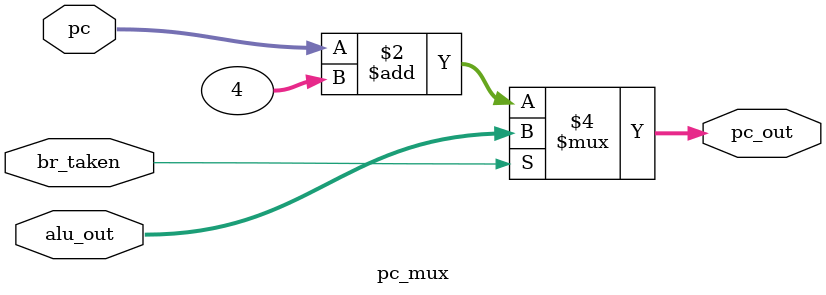
<source format=sv>
module pc_mux(
    input logic [31:0] pc,
    input logic [31:0] alu_out,
    output logic [31:0] pc_out,
    input logic br_taken
);

always_comb begin
    if (br_taken) begin
        pc_out=alu_out;
    end
    else begin
        pc_out=pc+4;
    end
end
    
endmodule

</source>
